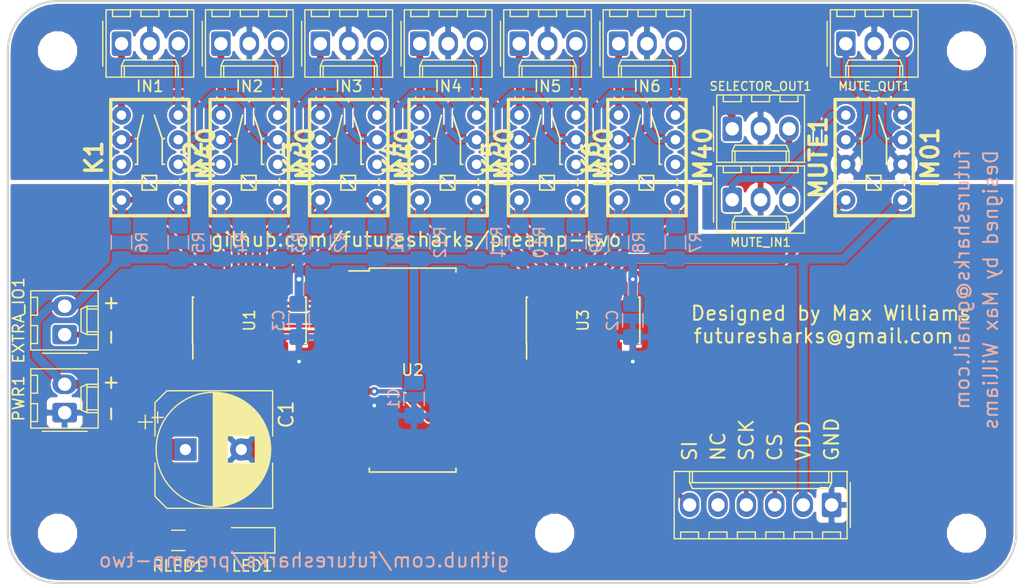
<source format=kicad_pcb>
(kicad_pcb (version 20171130) (host pcbnew "(5.0.2-4-gb601aea34)")
  (layers (0 F.Cu signal) (31 B.Cu signal) (34 B.Paste user) (35 F.Paste user) (36 B.SilkS user) (37 F.SilkS user) (38 B.Mask user) (39 F.Mask user) (44 Edge.Cuts user))
  (net 0 "")
  (net 1 "Net-(K1-Pad1)")
  (net 2 "Net-(K1-Pad2)")
  (net 3 "Net-(K1-Pad3)")
  (net 4 "Net-(K1-Pad6)")
  (net 5 "Net-(K1-Pad7)")
  (net 6 "Net-(K1-Pad8)")
  (net 7 "Net-(K2-Pad1)")
  (net 8 "Net-(K2-Pad2)")
  (net 9 "Net-(K2-Pad7)")
  (net 10 "Net-(K2-Pad8)")
  (net 11 "Net-(U1-Pad1)")
  (net 12 "Net-(U1-Pad2)")
  (net 13 "Net-(U1-Pad3)")
  (net 14 "Net-(U1-Pad4)")
  (net 15 "Net-(U1-Pad5)")
  (net 16 "Net-(U1-Pad6)")
  (net 17 "Net-(U1-Pad7)")
  (net 18 "Net-(U2-Pad8)")
  (net 19 "Net-(U2-Pad14)")
  (net 20 "Net-(U2-Pad19)")
  (net 21 "Net-(U2-Pad20)")
  (net 22 "Net-(U2-Pad21)")
  (net 23 "Net-(U2-Pad22)")
  (net 24 "Net-(U2-Pad23)")
  (net 25 "Net-(U2-Pad24)")
  (net 26 "Net-(U2-Pad25)")
  (net 27 "Net-(U2-Pad26)")
  (net 28 "Net-(U2-Pad27)")
  (net 29 "Net-(U2-Pad28)")
  (net 30 "Net-(K3-Pad8)")
  (net 31 "Net-(K3-Pad7)")
  (net 32 "Net-(K3-Pad2)")
  (net 33 "Net-(K3-Pad1)")
  (net 34 "Net-(K4-Pad1)")
  (net 35 "Net-(K4-Pad2)")
  (net 36 "Net-(K4-Pad7)")
  (net 37 "Net-(K4-Pad8)")
  (net 38 "Net-(K5-Pad8)")
  (net 39 "Net-(K5-Pad7)")
  (net 40 "Net-(K5-Pad2)")
  (net 41 "Net-(K5-Pad1)")
  (net 42 "Net-(K6-Pad1)")
  (net 43 "Net-(K6-Pad2)")
  (net 44 "Net-(K6-Pad7)")
  (net 45 "Net-(K6-Pad8)")
  (net 46 "Net-(MUTE1-Pad3)")
  (net 47 "Net-(MUTE1-Pad4)")
  (net 48 "Net-(MUTE1-Pad5)")
  (net 49 "Net-(MUTE1-Pad6)")
  (net 50 "Net-(MUTE1-Pad8)")
  (net 51 GNDA)
  (net 52 "Net-(IN1-Pad1)")
  (net 53 "Net-(IN1-Pad3)")
  (net 54 "Net-(IN2-Pad3)")
  (net 55 "Net-(IN2-Pad1)")
  (net 56 "Net-(IN3-Pad1)")
  (net 57 "Net-(IN3-Pad3)")
  (net 58 "Net-(IN4-Pad3)")
  (net 59 "Net-(IN4-Pad1)")
  (net 60 "Net-(IN5-Pad1)")
  (net 61 "Net-(IN5-Pad3)")
  (net 62 "Net-(EXTRA_IO1-Pad1)")
  (net 63 "Net-(IN6-Pad1)")
  (net 64 "Net-(IN6-Pad3)")
  (net 65 VDD)
  (net 66 "Net-(J1-Pad5)")
  (net 67 GND)
  (net 68 /SCK)
  (net 69 /MOSI)
  (net 70 /CS)
  (net 71 "Net-(LED1-Pad2)")
  (module panasonic-relay:gq-th (layer F.Cu) (at 121.92 85.725 90)
    (fp_text reference K3 (at 0.6 -5.00126 90) (layer F.SilkS) (effects (font (size 1.524 1.524) (thickness 0.3048))))
    (fp_text value IM40 (at 0.6 5.00126 90) (layer F.SilkS) (effects (font (size 1.524 1.524) (thickness 0.3048))))
    (pad 8 thru_hole circle (at -3.2 -2.54 90) (size 1.7 1.7) (drill 0.85) (layers *.Cu *.Mask) (net 30 "Net-(K3-Pad8)"))
    (pad 7 thru_hole circle (at 0 -2.54 90) (size 1.7 1.7) (drill 0.85) (layers *.Cu *.Mask) (net 31 "Net-(K3-Pad7)"))
    (pad 6 thru_hole circle (at 2.2 -2.54 90) (size 1.7 1.7) (drill 0.85) (layers *.Cu *.Mask) (net 4 "Net-(K1-Pad6)"))
    (pad 5 thru_hole circle (at 4.4 -2.54 90) (size 1.7 1.7) (drill 0.85) (layers *.Cu *.Mask) (net 56 "Net-(IN3-Pad1)"))
    (pad 4 thru_hole circle (at 4.4 2.54 90) (size 1.7 1.7) (drill 0.85) (layers *.Cu *.Mask) (net 57 "Net-(IN3-Pad3)"))
    (pad 3 thru_hole circle (at 2.2 2.54 90) (size 1.7 1.7) (drill 0.85) (layers *.Cu *.Mask) (net 3 "Net-(K1-Pad3)"))
    (pad 2 thru_hole circle (at 0 2.54 90) (size 1.7 1.7) (drill 0.85) (layers *.Cu *.Mask) (net 32 "Net-(K3-Pad2)"))
    (pad 1 thru_hole circle (at -3.2 2.54 90) (size 1.7 1.7) (drill 0.85) (layers *.Cu *.Mask) (net 33 "Net-(K3-Pad1)"))
  )
  (module panasonic-relay:gq-th (layer F.Cu) (at 113.03 85.725 90)
    (fp_text reference K2 (at 0.6 -5.00126 90) (layer F.SilkS) (effects (font (size 1.524 1.524) (thickness 0.3048))))
    (fp_text value IM40 (at 0.6 5.00126 90) (layer F.SilkS) (effects (font (size 1.524 1.524) (thickness 0.3048))))
    (pad 8 thru_hole circle (at -3.2 -2.54 90) (size 1.7 1.7) (drill 0.85) (layers *.Cu *.Mask) (net 10 "Net-(K2-Pad8)"))
    (pad 7 thru_hole circle (at 0 -2.54 90) (size 1.7 1.7) (drill 0.85) (layers *.Cu *.Mask) (net 9 "Net-(K2-Pad7)"))
    (pad 6 thru_hole circle (at 2.2 -2.54 90) (size 1.7 1.7) (drill 0.85) (layers *.Cu *.Mask) (net 4 "Net-(K1-Pad6)"))
    (pad 5 thru_hole circle (at 4.4 -2.54 90) (size 1.7 1.7) (drill 0.85) (layers *.Cu *.Mask) (net 55 "Net-(IN2-Pad1)"))
    (pad 4 thru_hole circle (at 4.4 2.54 90) (size 1.7 1.7) (drill 0.85) (layers *.Cu *.Mask) (net 54 "Net-(IN2-Pad3)"))
    (pad 3 thru_hole circle (at 2.2 2.54 90) (size 1.7 1.7) (drill 0.85) (layers *.Cu *.Mask) (net 3 "Net-(K1-Pad3)"))
    (pad 2 thru_hole circle (at 0 2.54 90) (size 1.7 1.7) (drill 0.85) (layers *.Cu *.Mask) (net 8 "Net-(K2-Pad2)"))
    (pad 1 thru_hole circle (at -3.2 2.54 90) (size 1.7 1.7) (drill 0.85) (layers *.Cu *.Mask) (net 7 "Net-(K2-Pad1)"))
  )
  (module panasonic-relay:gq-th (layer F.Cu) (at 104.14 85.725 90)
    (fp_text reference K1 (at 0.6 -5.00126 90) (layer F.SilkS) (effects (font (size 1.524 1.524) (thickness 0.3048))))
    (fp_text value IM40 (at 0.6 5.00126 90) (layer F.SilkS) (effects (font (size 1.524 1.524) (thickness 0.3048))))
    (pad 8 thru_hole circle (at -3.2 -2.54 90) (size 1.7 1.7) (drill 0.85) (layers *.Cu *.Mask) (net 6 "Net-(K1-Pad8)"))
    (pad 7 thru_hole circle (at 0 -2.54 90) (size 1.7 1.7) (drill 0.85) (layers *.Cu *.Mask) (net 5 "Net-(K1-Pad7)"))
    (pad 6 thru_hole circle (at 2.2 -2.54 90) (size 1.7 1.7) (drill 0.85) (layers *.Cu *.Mask) (net 4 "Net-(K1-Pad6)"))
    (pad 5 thru_hole circle (at 4.4 -2.54 90) (size 1.7 1.7) (drill 0.85) (layers *.Cu *.Mask) (net 52 "Net-(IN1-Pad1)"))
    (pad 4 thru_hole circle (at 4.4 2.54 90) (size 1.7 1.7) (drill 0.85) (layers *.Cu *.Mask) (net 53 "Net-(IN1-Pad3)"))
    (pad 3 thru_hole circle (at 2.2 2.54 90) (size 1.7 1.7) (drill 0.85) (layers *.Cu *.Mask) (net 3 "Net-(K1-Pad3)"))
    (pad 2 thru_hole circle (at 0 2.54 90) (size 1.7 1.7) (drill 0.85) (layers *.Cu *.Mask) (net 2 "Net-(K1-Pad2)"))
    (pad 1 thru_hole circle (at -3.2 2.54 90) (size 1.7 1.7) (drill 0.85) (layers *.Cu *.Mask) (net 1 "Net-(K1-Pad1)"))
  )
  (module panasonic-relay:gq-th (layer F.Cu) (at 130.81 85.725 90)
    (fp_text reference K4 (at 0.6 -5.00126 90) (layer F.SilkS) (effects (font (size 1.524 1.524) (thickness 0.3048))))
    (fp_text value IM40 (at 0.6 5.00126 90) (layer F.SilkS) (effects (font (size 1.524 1.524) (thickness 0.3048))))
    (pad 8 thru_hole circle (at -3.2 -2.54 90) (size 1.7 1.7) (drill 0.85) (layers *.Cu *.Mask) (net 37 "Net-(K4-Pad8)"))
    (pad 7 thru_hole circle (at 0 -2.54 90) (size 1.7 1.7) (drill 0.85) (layers *.Cu *.Mask) (net 36 "Net-(K4-Pad7)"))
    (pad 6 thru_hole circle (at 2.2 -2.54 90) (size 1.7 1.7) (drill 0.85) (layers *.Cu *.Mask) (net 4 "Net-(K1-Pad6)"))
    (pad 5 thru_hole circle (at 4.4 -2.54 90) (size 1.7 1.7) (drill 0.85) (layers *.Cu *.Mask) (net 59 "Net-(IN4-Pad1)"))
    (pad 4 thru_hole circle (at 4.4 2.54 90) (size 1.7 1.7) (drill 0.85) (layers *.Cu *.Mask) (net 58 "Net-(IN4-Pad3)"))
    (pad 3 thru_hole circle (at 2.2 2.54 90) (size 1.7 1.7) (drill 0.85) (layers *.Cu *.Mask) (net 3 "Net-(K1-Pad3)"))
    (pad 2 thru_hole circle (at 0 2.54 90) (size 1.7 1.7) (drill 0.85) (layers *.Cu *.Mask) (net 35 "Net-(K4-Pad2)"))
    (pad 1 thru_hole circle (at -3.2 2.54 90) (size 1.7 1.7) (drill 0.85) (layers *.Cu *.Mask) (net 34 "Net-(K4-Pad1)"))
  )
  (module panasonic-relay:gq-th (layer F.Cu) (at 139.7 85.725 90)
    (fp_text reference K5 (at 0.6 -5.00126 90) (layer F.SilkS) (effects (font (size 1.524 1.524) (thickness 0.3048))))
    (fp_text value IM40 (at 0.6 5.00126 90) (layer F.SilkS) (effects (font (size 1.524 1.524) (thickness 0.3048))))
    (pad 8 thru_hole circle (at -3.2 -2.54 90) (size 1.7 1.7) (drill 0.85) (layers *.Cu *.Mask) (net 38 "Net-(K5-Pad8)"))
    (pad 7 thru_hole circle (at 0 -2.54 90) (size 1.7 1.7) (drill 0.85) (layers *.Cu *.Mask) (net 39 "Net-(K5-Pad7)"))
    (pad 6 thru_hole circle (at 2.2 -2.54 90) (size 1.7 1.7) (drill 0.85) (layers *.Cu *.Mask) (net 4 "Net-(K1-Pad6)"))
    (pad 5 thru_hole circle (at 4.4 -2.54 90) (size 1.7 1.7) (drill 0.85) (layers *.Cu *.Mask) (net 60 "Net-(IN5-Pad1)"))
    (pad 4 thru_hole circle (at 4.4 2.54 90) (size 1.7 1.7) (drill 0.85) (layers *.Cu *.Mask) (net 61 "Net-(IN5-Pad3)"))
    (pad 3 thru_hole circle (at 2.2 2.54 90) (size 1.7 1.7) (drill 0.85) (layers *.Cu *.Mask) (net 3 "Net-(K1-Pad3)"))
    (pad 2 thru_hole circle (at 0 2.54 90) (size 1.7 1.7) (drill 0.85) (layers *.Cu *.Mask) (net 40 "Net-(K5-Pad2)"))
    (pad 1 thru_hole circle (at -3.2 2.54 90) (size 1.7 1.7) (drill 0.85) (layers *.Cu *.Mask) (net 41 "Net-(K5-Pad1)"))
  )
  (module panasonic-relay:gq-th (layer F.Cu) (at 168.91 85.725 90)
    (fp_text reference MUTE1 (at 0.6 -5.00126 90) (layer F.SilkS) (effects (font (size 1.524 1.524) (thickness 0.3048))))
    (fp_text value IM01 (at 0.6 5.00126 90) (layer F.SilkS) (effects (font (size 1.524 1.524) (thickness 0.3048))))
    (pad 8 thru_hole circle (at -3.2 -2.54 90) (size 1.7 1.7) (drill 0.85) (layers *.Cu *.Mask) (net 50 "Net-(MUTE1-Pad8)"))
    (pad 7 thru_hole circle (at 0 -2.54 90) (size 1.7 1.7) (drill 0.85) (layers *.Cu *.Mask) (net 51 GNDA))
    (pad 6 thru_hole circle (at 2.2 -2.54 90) (size 1.7 1.7) (drill 0.85) (layers *.Cu *.Mask) (net 49 "Net-(MUTE1-Pad6)"))
    (pad 5 thru_hole circle (at 4.4 -2.54 90) (size 1.7 1.7) (drill 0.85) (layers *.Cu *.Mask) (net 48 "Net-(MUTE1-Pad5)"))
    (pad 4 thru_hole circle (at 4.4 2.54 90) (size 1.7 1.7) (drill 0.85) (layers *.Cu *.Mask) (net 47 "Net-(MUTE1-Pad4)"))
    (pad 3 thru_hole circle (at 2.2 2.54 90) (size 1.7 1.7) (drill 0.85) (layers *.Cu *.Mask) (net 46 "Net-(MUTE1-Pad3)"))
    (pad 2 thru_hole circle (at 0 2.54 90) (size 1.7 1.7) (drill 0.85) (layers *.Cu *.Mask) (net 51 GNDA))
    (pad 1 thru_hole circle (at -3.2 2.54 90) (size 1.7 1.7) (drill 0.85) (layers *.Cu *.Mask) (net 65 VDD))
  )
  (module panasonic-relay:gq-th (layer F.Cu) (at 148.59 85.725 90)
    (fp_text reference K6 (at 0.6 -5.00126 90) (layer F.SilkS) (effects (font (size 1.524 1.524) (thickness 0.3048))))
    (fp_text value IM40 (at 0.6 5.00126 90) (layer F.SilkS) (effects (font (size 1.524 1.524) (thickness 0.3048))))
    (pad 8 thru_hole circle (at -3.2 -2.54 90) (size 1.7 1.7) (drill 0.85) (layers *.Cu *.Mask) (net 45 "Net-(K6-Pad8)"))
    (pad 7 thru_hole circle (at 0 -2.54 90) (size 1.7 1.7) (drill 0.85) (layers *.Cu *.Mask) (net 44 "Net-(K6-Pad7)"))
    (pad 6 thru_hole circle (at 2.2 -2.54 90) (size 1.7 1.7) (drill 0.85) (layers *.Cu *.Mask) (net 4 "Net-(K1-Pad6)"))
    (pad 5 thru_hole circle (at 4.4 -2.54 90) (size 1.7 1.7) (drill 0.85) (layers *.Cu *.Mask) (net 63 "Net-(IN6-Pad1)"))
    (pad 4 thru_hole circle (at 4.4 2.54 90) (size 1.7 1.7) (drill 0.85) (layers *.Cu *.Mask) (net 64 "Net-(IN6-Pad3)"))
    (pad 3 thru_hole circle (at 2.2 2.54 90) (size 1.7 1.7) (drill 0.85) (layers *.Cu *.Mask) (net 3 "Net-(K1-Pad3)"))
    (pad 2 thru_hole circle (at 0 2.54 90) (size 1.7 1.7) (drill 0.85) (layers *.Cu *.Mask) (net 43 "Net-(K6-Pad2)"))
    (pad 1 thru_hole circle (at -3.2 2.54 90) (size 1.7 1.7) (drill 0.85) (layers *.Cu *.Mask) (net 42 "Net-(K6-Pad1)"))
  )
  (module LED_SMD:LED_1206_3216Metric (layer F.Cu) (at 113.03 119.38 180)
    (fp_text reference LED1 (at -0.254 -2.286 180) (layer F.SilkS))
    (fp_text value LED)
    (pad 2 smd roundrect (at 1.4 0 180) (size 1.25 1.75) (layers F.Cu F.Paste F.Mask) (roundrect_rratio 0.2) (net 71 "Net-(LED1-Pad2)"))
    (pad 1 smd roundrect (at -1.4 0 180) (size 1.25 1.75) (layers F.Cu F.Paste F.Mask) (roundrect_rratio 0.2) (net 67 GND))
  )
  (module Package_SO:SOIC-16_3.9x9.9mm_P1.27mm (layer F.Cu) (at 142.875 99.695 90)
    (fp_text reference U3 (at 0 0 90) (layer F.SilkS))
    (fp_text value ULN2003)
    (pad 16 smd rect (at 2.7 -4.445 90) (size 1.5 0.6) (layers F.Cu F.Paste F.Mask) (net 37 "Net-(K4-Pad8)"))
    (pad 15 smd rect (at 2.7 -3.175 90) (size 1.5 0.6) (layers F.Cu F.Paste F.Mask) (net 34 "Net-(K4-Pad1)"))
    (pad 14 smd rect (at 2.7 -1.905 90) (size 1.5 0.6) (layers F.Cu F.Paste F.Mask) (net 38 "Net-(K5-Pad8)"))
    (pad 13 smd rect (at 2.7 -0.635 90) (size 1.5 0.6) (layers F.Cu F.Paste F.Mask) (net 41 "Net-(K5-Pad1)"))
    (pad 12 smd rect (at 2.7 0.635 90) (size 1.5 0.6) (layers F.Cu F.Paste F.Mask) (net 45 "Net-(K6-Pad8)"))
    (pad 11 smd rect (at 2.7 1.905 90) (size 1.5 0.6) (layers F.Cu F.Paste F.Mask) (net 42 "Net-(K6-Pad1)"))
    (pad 10 smd rect (at 2.7 3.175 90) (size 1.5 0.6) (layers F.Cu F.Paste F.Mask) (net 50 "Net-(MUTE1-Pad8)"))
    (pad 9 smd rect (at 2.7 4.445 90) (size 1.5 0.6) (layers F.Cu F.Paste F.Mask) (net 65 VDD))
    (pad 8 smd rect (at -2.7 4.445 90) (size 1.5 0.6) (layers F.Cu F.Paste F.Mask) (net 67 GND))
    (pad 7 smd rect (at -2.7 3.175 90) (size 1.5 0.6) (layers F.Cu F.Paste F.Mask) (net 28 "Net-(U2-Pad27)"))
    (pad 6 smd rect (at -2.7 1.905 90) (size 1.5 0.6) (layers F.Cu F.Paste F.Mask) (net 27 "Net-(U2-Pad26)"))
    (pad 5 smd rect (at -2.7 0.635 90) (size 1.5 0.6) (layers F.Cu F.Paste F.Mask) (net 26 "Net-(U2-Pad25)"))
    (pad 4 smd rect (at -2.7 -0.635 90) (size 1.5 0.6) (layers F.Cu F.Paste F.Mask) (net 25 "Net-(U2-Pad24)"))
    (pad 3 smd rect (at -2.7 -1.905 90) (size 1.5 0.6) (layers F.Cu F.Paste F.Mask) (net 24 "Net-(U2-Pad23)"))
    (pad 2 smd rect (at -2.7 -3.175 90) (size 1.5 0.6) (layers F.Cu F.Paste F.Mask) (net 23 "Net-(U2-Pad22)"))
    (pad 1 smd rect (at -2.7 -4.445 90) (size 1.5 0.6) (layers F.Cu F.Paste F.Mask) (net 22 "Net-(U2-Pad21)"))
  )
  (module Capacitor_SMD:C_1206_3216Metric_Pad1.42x1.75mm_HandSolder (layer B.Cu) (at 147.32 99.695 270)
    (fp_text reference C2 (at 0 1.82 270) (layer B.SilkS) (effects (justify mirror)))
    (fp_text value C)
    (pad 2 smd roundrect (at 1.4875 0 270) (size 1.425 1.75) (layers B.Cu B.Paste B.Mask) (roundrect_rratio 0.175439) (net 67 GND))
    (pad 1 smd roundrect (at -1.4875 0 270) (size 1.425 1.75) (layers B.Cu B.Paste B.Mask) (roundrect_rratio 0.175439) (net 65 VDD))
  )
  (module Capacitor_SMD:C_1206_3216Metric_Pad1.42x1.75mm_HandSolder (layer B.Cu) (at 117.475 99.695 270)
    (fp_text reference C3 (at 0 1.82 270) (layer B.SilkS) (effects (justify mirror)))
    (fp_text value C)
    (pad 2 smd roundrect (at 1.4875 0 270) (size 1.425 1.75) (layers B.Cu B.Paste B.Mask) (roundrect_rratio 0.175439) (net 67 GND))
    (pad 1 smd roundrect (at -1.4875 0 270) (size 1.425 1.75) (layers B.Cu B.Paste B.Mask) (roundrect_rratio 0.175439) (net 65 VDD))
  )
  (module Capacitor_SMD:CP_Elec_10x7.9 (layer F.Cu) (at 109.855 111.252)
    (fp_text reference C1_SMD1 hide)
    (fp_text value CP)
    (pad 2 smd roundrect (at 4.35 0) (size 4.4 1.9) (layers F.Cu F.Paste F.Mask) (roundrect_rratio 0.131579) (net 67 GND))
    (pad 1 smd roundrect (at -4.35 0) (size 4.4 1.9) (layers F.Cu F.Paste F.Mask) (roundrect_rratio 0.131579) (net 65 VDD))
  )
  (module Capacitor_SMD:C_1206_3216Metric_Pad1.42x1.75mm_HandSolder (layer B.Cu) (at 127.762 106.7165 270)
    (fp_text reference C1 (at 0 1.82 270) (layer B.SilkS) (effects (justify mirror)))
    (fp_text value C)
    (pad 2 smd roundrect (at 1.4875 0 270) (size 1.425 1.75) (layers B.Cu B.Paste B.Mask) (roundrect_rratio 0.175439) (net 67 GND))
    (pad 1 smd roundrect (at -1.4875 0 270) (size 1.425 1.75) (layers B.Cu B.Paste B.Mask) (roundrect_rratio 0.175439) (net 65 VDD))
  )
  (module Capacitor_THT:CP_Radial_D10.0mm_P5.00mm (layer F.Cu) (at 107.315 111.252)
    (fp_text reference C1_TH1 hide)
    (fp_text value CP)
    (pad 2 thru_hole circle (at 5 0) (size 2 2) (drill 1) (layers *.Cu *.Mask) (net 67 GND))
    (pad 1 thru_hole rect (at 0 0) (size 2 2) (drill 1) (layers *.Cu *.Mask) (net 65 VDD))
  )
  (module Resistor_SMD:R_1206_3216Metric_Pad1.42x1.75mm_HandSolder (layer F.Cu) (at 106.68 119.38)
    (fp_text reference RLED1 (at 0 2.286) (layer F.SilkS))
    (fp_text value R)
    (pad 2 smd roundrect (at 1.4875 0) (size 1.425 1.75) (layers F.Cu F.Paste F.Mask) (roundrect_rratio 0.175439) (net 71 "Net-(LED1-Pad2)"))
    (pad 1 smd roundrect (at -1.4875 0) (size 1.425 1.75) (layers F.Cu F.Paste F.Mask) (roundrect_rratio 0.175439) (net 65 VDD))
  )
  (module MountingHole:MountingHole_3.2mm_M3_DIN965 (layer F.Cu) (at 140.335 118.745)
    (fp_text reference H5 hide)
    (fp_text value MountingHole)
    (pad 1 np_thru_hole circle (at 0 0) (size 3.2 3.2) (drill 3.2) (layers *.Cu *.Mask))
  )
  (module MountingHole:MountingHole_3.2mm_M3_DIN965 (layer F.Cu) (at 177.165 75.565)
    (fp_text reference H3 hide)
    (fp_text value MountingHole)
    (pad 1 np_thru_hole circle (at 0 0) (size 3.2 3.2) (drill 3.2) (layers *.Cu *.Mask))
  )
  (module MountingHole:MountingHole_3.2mm_M3_DIN965 (layer F.Cu) (at 177.165 118.745)
    (fp_text reference H4 hide)
    (fp_text value MountingHole)
    (pad 1 np_thru_hole circle (at 0 0) (size 3.2 3.2) (drill 3.2) (layers *.Cu *.Mask))
  )
  (module MountingHole:MountingHole_3.2mm_M3_DIN965 (layer F.Cu) (at 95.885 118.745)
    (fp_text reference H2 hide)
    (fp_text value MountingHole)
    (pad 1 np_thru_hole circle (at 0 0) (size 3.2 3.2) (drill 3.2) (layers *.Cu *.Mask))
  )
  (module MountingHole:MountingHole_3.2mm_M3_DIN965 (layer F.Cu) (at 95.885 75.565)
    (fp_text reference H1 hide)
    (fp_text value MountingHole)
    (pad 1 np_thru_hole circle (at 0 0) (size 3.2 3.2) (drill 3.2) (layers *.Cu *.Mask))
  )
  (module Connector_Molex:Molex_KK-254_AE-6410-06A_1x06_P2.54mm_Vertical (layer F.Cu) (at 165.1 116.205 180)
    (fp_text reference J1 hide)
    (fp_text value Conn_01x06_Male)
    (pad 6 thru_hole oval (at 12.7 0 180) (size 1.74 2.2) (drill 1.2) (layers *.Cu *.Mask) (net 69 /MOSI))
    (pad 5 thru_hole oval (at 10.16 0 180) (size 1.74 2.2) (drill 1.2) (layers *.Cu *.Mask) (net 66 "Net-(J1-Pad5)"))
    (pad 4 thru_hole oval (at 7.62 0 180) (size 1.74 2.2) (drill 1.2) (layers *.Cu *.Mask) (net 68 /SCK))
    (pad 3 thru_hole oval (at 5.08 0 180) (size 1.74 2.2) (drill 1.2) (layers *.Cu *.Mask) (net 70 /CS))
    (pad 2 thru_hole oval (at 2.54 0 180) (size 1.74 2.2) (drill 1.2) (layers *.Cu *.Mask) (net 65 VDD))
    (pad 1 thru_hole roundrect (at 0 0 180) (size 1.74 2.2) (drill 1.2) (layers *.Cu *.Mask) (roundrect_rratio 0.143678) (net 67 GND))
  )
  (module Package_SO:SOIC-16_3.9x9.9mm_P1.27mm (layer F.Cu) (at 113.03 99.695 90)
    (fp_text reference U1 (at 0 0 90) (layer F.SilkS))
    (fp_text value ULN2003)
    (pad 16 smd rect (at 2.7 -4.445 90) (size 1.5 0.6) (layers F.Cu F.Paste F.Mask) (net 62 "Net-(EXTRA_IO1-Pad1)"))
    (pad 15 smd rect (at 2.7 -3.175 90) (size 1.5 0.6) (layers F.Cu F.Paste F.Mask) (net 6 "Net-(K1-Pad8)"))
    (pad 14 smd rect (at 2.7 -1.905 90) (size 1.5 0.6) (layers F.Cu F.Paste F.Mask) (net 1 "Net-(K1-Pad1)"))
    (pad 13 smd rect (at 2.7 -0.635 90) (size 1.5 0.6) (layers F.Cu F.Paste F.Mask) (net 10 "Net-(K2-Pad8)"))
    (pad 12 smd rect (at 2.7 0.635 90) (size 1.5 0.6) (layers F.Cu F.Paste F.Mask) (net 7 "Net-(K2-Pad1)"))
    (pad 11 smd rect (at 2.7 1.905 90) (size 1.5 0.6) (layers F.Cu F.Paste F.Mask) (net 30 "Net-(K3-Pad8)"))
    (pad 10 smd rect (at 2.7 3.175 90) (size 1.5 0.6) (layers F.Cu F.Paste F.Mask) (net 33 "Net-(K3-Pad1)"))
    (pad 9 smd rect (at 2.7 4.445 90) (size 1.5 0.6) (layers F.Cu F.Paste F.Mask) (net 65 VDD))
    (pad 8 smd rect (at -2.7 4.445 90) (size 1.5 0.6) (layers F.Cu F.Paste F.Mask) (net 67 GND))
    (pad 7 smd rect (at -2.7 3.175 90) (size 1.5 0.6) (layers F.Cu F.Paste F.Mask) (net 17 "Net-(U1-Pad7)"))
    (pad 6 smd rect (at -2.7 1.905 90) (size 1.5 0.6) (layers F.Cu F.Paste F.Mask) (net 16 "Net-(U1-Pad6)"))
    (pad 5 smd rect (at -2.7 0.635 90) (size 1.5 0.6) (layers F.Cu F.Paste F.Mask) (net 15 "Net-(U1-Pad5)"))
    (pad 4 smd rect (at -2.7 -0.635 90) (size 1.5 0.6) (layers F.Cu F.Paste F.Mask) (net 14 "Net-(U1-Pad4)"))
    (pad 3 smd rect (at -2.7 -1.905 90) (size 1.5 0.6) (layers F.Cu F.Paste F.Mask) (net 13 "Net-(U1-Pad3)"))
    (pad 2 smd rect (at -2.7 -3.175 90) (size 1.5 0.6) (layers F.Cu F.Paste F.Mask) (net 12 "Net-(U1-Pad2)"))
    (pad 1 smd rect (at -2.7 -4.445 90) (size 1.5 0.6) (layers F.Cu F.Paste F.Mask) (net 11 "Net-(U1-Pad1)"))
  )
  (module Package_SO:SOIC-28W_7.5x17.9mm_P1.27mm (layer F.Cu) (at 127.635 104.14)
    (fp_text reference U2 (at 0 0) (layer F.SilkS))
    (fp_text value MCP23S17_SO)
    (pad 28 smd rect (at 4.7 -8.255) (size 2 0.6) (layers F.Cu F.Paste F.Mask) (net 29 "Net-(U2-Pad28)"))
    (pad 27 smd rect (at 4.7 -6.985) (size 2 0.6) (layers F.Cu F.Paste F.Mask) (net 28 "Net-(U2-Pad27)"))
    (pad 26 smd rect (at 4.7 -5.715) (size 2 0.6) (layers F.Cu F.Paste F.Mask) (net 27 "Net-(U2-Pad26)"))
    (pad 25 smd rect (at 4.7 -4.445) (size 2 0.6) (layers F.Cu F.Paste F.Mask) (net 26 "Net-(U2-Pad25)"))
    (pad 24 smd rect (at 4.7 -3.175) (size 2 0.6) (layers F.Cu F.Paste F.Mask) (net 25 "Net-(U2-Pad24)"))
    (pad 23 smd rect (at 4.7 -1.905) (size 2 0.6) (layers F.Cu F.Paste F.Mask) (net 24 "Net-(U2-Pad23)"))
    (pad 22 smd rect (at 4.7 -0.635) (size 2 0.6) (layers F.Cu F.Paste F.Mask) (net 23 "Net-(U2-Pad22)"))
    (pad 21 smd rect (at 4.7 0.635) (size 2 0.6) (layers F.Cu F.Paste F.Mask) (net 22 "Net-(U2-Pad21)"))
    (pad 20 smd rect (at 4.7 1.905) (size 2 0.6) (layers F.Cu F.Paste F.Mask) (net 21 "Net-(U2-Pad20)"))
    (pad 19 smd rect (at 4.7 3.175) (size 2 0.6) (layers F.Cu F.Paste F.Mask) (net 20 "Net-(U2-Pad19)"))
    (pad 18 smd rect (at 4.7 4.445) (size 2 0.6) (layers F.Cu F.Paste F.Mask) (net 65 VDD))
    (pad 17 smd rect (at 4.7 5.715) (size 2 0.6) (layers F.Cu F.Paste F.Mask) (net 67 GND))
    (pad 16 smd rect (at 4.7 6.985) (size 2 0.6) (layers F.Cu F.Paste F.Mask) (net 67 GND))
    (pad 15 smd rect (at 4.7 8.255) (size 2 0.6) (layers F.Cu F.Paste F.Mask) (net 67 GND))
    (pad 14 smd rect (at -4.7 8.255) (size 2 0.6) (layers F.Cu F.Paste F.Mask) (net 19 "Net-(U2-Pad14)"))
    (pad 13 smd rect (at -4.7 6.985) (size 2 0.6) (layers F.Cu F.Paste F.Mask) (net 69 /MOSI))
    (pad 12 smd rect (at -4.7 5.715) (size 2 0.6) (layers F.Cu F.Paste F.Mask) (net 68 /SCK))
    (pad 11 smd rect (at -4.7 4.445) (size 2 0.6) (layers F.Cu F.Paste F.Mask) (net 70 /CS))
    (pad 10 smd rect (at -4.7 3.175) (size 2 0.6) (layers F.Cu F.Paste F.Mask) (net 67 GND))
    (pad 9 smd rect (at -4.7 1.905) (size 2 0.6) (layers F.Cu F.Paste F.Mask) (net 65 VDD))
    (pad 8 smd rect (at -4.7 0.635) (size 2 0.6) (layers F.Cu F.Paste F.Mask) (net 18 "Net-(U2-Pad8)"))
    (pad 7 smd rect (at -4.7 -0.635) (size 2 0.6) (layers F.Cu F.Paste F.Mask) (net 17 "Net-(U1-Pad7)"))
    (pad 6 smd rect (at -4.7 -1.905) (size 2 0.6) (layers F.Cu F.Paste F.Mask) (net 16 "Net-(U1-Pad6)"))
    (pad 5 smd rect (at -4.7 -3.175) (size 2 0.6) (layers F.Cu F.Paste F.Mask) (net 15 "Net-(U1-Pad5)"))
    (pad 4 smd rect (at -4.7 -4.445) (size 2 0.6) (layers F.Cu F.Paste F.Mask) (net 14 "Net-(U1-Pad4)"))
    (pad 3 smd rect (at -4.7 -5.715) (size 2 0.6) (layers F.Cu F.Paste F.Mask) (net 13 "Net-(U1-Pad3)"))
    (pad 2 smd rect (at -4.7 -6.985) (size 2 0.6) (layers F.Cu F.Paste F.Mask) (net 12 "Net-(U1-Pad2)"))
    (pad 1 smd rect (at -4.7 -8.255) (size 2 0.6) (layers F.Cu F.Paste F.Mask) (net 11 "Net-(U1-Pad1)"))
  )
  (module Connector_Molex:Molex_KK-254_AE-6410-03A_1x03_P2.54mm_Vertical (layer F.Cu) (at 101.6 74.93)
    (fp_text reference IN1 (at 2.54 3.81) (layer F.SilkS))
    (fp_text value Conn_01x03_Male)
    (pad 3 thru_hole oval (at 5.08 0) (size 1.74 2.2) (drill 1.2) (layers *.Cu *.Mask) (net 53 "Net-(IN1-Pad3)"))
    (pad 2 thru_hole oval (at 2.54 0) (size 1.74 2.2) (drill 1.2) (layers *.Cu *.Mask) (net 51 GNDA))
    (pad 1 thru_hole roundrect (at 0 0) (size 1.74 2.2) (drill 1.2) (layers *.Cu *.Mask) (roundrect_rratio 0.143678) (net 52 "Net-(IN1-Pad1)"))
  )
  (module Connector_Molex:Molex_KK-254_AE-6410-03A_1x03_P2.54mm_Vertical (layer F.Cu) (at 110.49 74.93)
    (fp_text reference IN2 (at 2.54 3.81) (layer F.SilkS))
    (fp_text value Conn_01x03_Male)
    (pad 3 thru_hole oval (at 5.08 0) (size 1.74 2.2) (drill 1.2) (layers *.Cu *.Mask) (net 54 "Net-(IN2-Pad3)"))
    (pad 2 thru_hole oval (at 2.54 0) (size 1.74 2.2) (drill 1.2) (layers *.Cu *.Mask) (net 51 GNDA))
    (pad 1 thru_hole roundrect (at 0 0) (size 1.74 2.2) (drill 1.2) (layers *.Cu *.Mask) (roundrect_rratio 0.143678) (net 55 "Net-(IN2-Pad1)"))
  )
  (module Connector_Molex:Molex_KK-254_AE-6410-03A_1x03_P2.54mm_Vertical (layer F.Cu) (at 119.38 74.93)
    (fp_text reference IN3 (at 2.54 3.81) (layer F.SilkS))
    (fp_text value Conn_01x03_Male)
    (pad 3 thru_hole oval (at 5.08 0) (size 1.74 2.2) (drill 1.2) (layers *.Cu *.Mask) (net 57 "Net-(IN3-Pad3)"))
    (pad 2 thru_hole oval (at 2.54 0) (size 1.74 2.2) (drill 1.2) (layers *.Cu *.Mask) (net 51 GNDA))
    (pad 1 thru_hole roundrect (at 0 0) (size 1.74 2.2) (drill 1.2) (layers *.Cu *.Mask) (roundrect_rratio 0.143678) (net 56 "Net-(IN3-Pad1)"))
  )
  (module Connector_Molex:Molex_KK-254_AE-6410-03A_1x03_P2.54mm_Vertical (layer F.Cu) (at 128.27 74.93)
    (fp_text reference IN4 (at 2.54 3.81) (layer F.SilkS))
    (fp_text value Conn_01x03_Male)
    (pad 3 thru_hole oval (at 5.08 0) (size 1.74 2.2) (drill 1.2) (layers *.Cu *.Mask) (net 58 "Net-(IN4-Pad3)"))
    (pad 2 thru_hole oval (at 2.54 0) (size 1.74 2.2) (drill 1.2) (layers *.Cu *.Mask) (net 51 GNDA))
    (pad 1 thru_hole roundrect (at 0 0) (size 1.74 2.2) (drill 1.2) (layers *.Cu *.Mask) (roundrect_rratio 0.143678) (net 59 "Net-(IN4-Pad1)"))
  )
  (module Connector_Molex:Molex_KK-254_AE-6410-03A_1x03_P2.54mm_Vertical (layer F.Cu) (at 137.16 74.93)
    (fp_text reference IN5 (at 2.54 3.81) (layer F.SilkS))
    (fp_text value Conn_01x03_Male)
    (pad 3 thru_hole oval (at 5.08 0) (size 1.74 2.2) (drill 1.2) (layers *.Cu *.Mask) (net 61 "Net-(IN5-Pad3)"))
    (pad 2 thru_hole oval (at 2.54 0) (size 1.74 2.2) (drill 1.2) (layers *.Cu *.Mask) (net 51 GNDA))
    (pad 1 thru_hole roundrect (at 0 0) (size 1.74 2.2) (drill 1.2) (layers *.Cu *.Mask) (roundrect_rratio 0.143678) (net 60 "Net-(IN5-Pad1)"))
  )
  (module Connector_Molex:Molex_KK-254_AE-6410-02A_1x02_P2.54mm_Vertical (layer F.Cu) (at 96.52 100.965 90)
    (fp_text reference EXTRA_IO1 (at 1.27 -4.12 90) (layer F.SilkS))
    (fp_text value Conn_01x02_Male)
    (pad 2 thru_hole oval (at 2.54 0 90) (size 1.74 2.2) (drill 1.2) (layers *.Cu *.Mask) (net 65 VDD))
    (pad 1 thru_hole roundrect (at 0 0 90) (size 1.74 2.2) (drill 1.2) (layers *.Cu *.Mask) (roundrect_rratio 0.143678) (net 62 "Net-(EXTRA_IO1-Pad1)"))
  )
  (module Connector_Molex:Molex_KK-254_AE-6410-03A_1x03_P2.54mm_Vertical (layer F.Cu) (at 146.05 74.93)
    (fp_text reference IN6 (at 2.54 3.81) (layer F.SilkS))
    (fp_text value Conn_01x03_Male)
    (pad 3 thru_hole oval (at 5.08 0) (size 1.74 2.2) (drill 1.2) (layers *.Cu *.Mask) (net 64 "Net-(IN6-Pad3)"))
    (pad 2 thru_hole oval (at 2.54 0) (size 1.74 2.2) (drill 1.2) (layers *.Cu *.Mask) (net 51 GNDA))
    (pad 1 thru_hole roundrect (at 0 0) (size 1.74 2.2) (drill 1.2) (layers *.Cu *.Mask) (roundrect_rratio 0.143678) (net 63 "Net-(IN6-Pad1)"))
  )
  (module Connector_Molex:Molex_KK-254_AE-6410-03A_1x03_P2.54mm_Vertical (layer F.Cu) (at 156.21 88.9)
    (fp_text reference MUTE_IN1 (at 2.54 3.81) (layer F.SilkS) (effects (font (size 0.762 0.762) (thickness 0.127))))
    (fp_text value Conn_01x03_Male)
    (pad 3 thru_hole oval (at 5.08 0) (size 1.74 2.2) (drill 1.2) (layers *.Cu *.Mask) (net 47 "Net-(MUTE1-Pad4)"))
    (pad 2 thru_hole oval (at 2.54 0) (size 1.74 2.2) (drill 1.2) (layers *.Cu *.Mask) (net 51 GNDA))
    (pad 1 thru_hole roundrect (at 0 0) (size 1.74 2.2) (drill 1.2) (layers *.Cu *.Mask) (roundrect_rratio 0.143678) (net 48 "Net-(MUTE1-Pad5)"))
  )
  (module Connector_Molex:Molex_KK-254_AE-6410-03A_1x03_P2.54mm_Vertical (layer F.Cu) (at 166.37 74.93)
    (fp_text reference MUTE_OUT1 (at 2.54 3.81) (layer F.SilkS) (effects (font (size 0.762 0.762) (thickness 0.127))))
    (fp_text value Conn_01x03_Male)
    (pad 3 thru_hole oval (at 5.08 0) (size 1.74 2.2) (drill 1.2) (layers *.Cu *.Mask) (net 46 "Net-(MUTE1-Pad3)"))
    (pad 2 thru_hole oval (at 2.54 0) (size 1.74 2.2) (drill 1.2) (layers *.Cu *.Mask) (net 51 GNDA))
    (pad 1 thru_hole roundrect (at 0 0) (size 1.74 2.2) (drill 1.2) (layers *.Cu *.Mask) (roundrect_rratio 0.143678) (net 49 "Net-(MUTE1-Pad6)"))
  )
  (module Connector_Molex:Molex_KK-254_AE-6410-02A_1x02_P2.54mm_Vertical (layer F.Cu) (at 96.52 107.95 90)
    (fp_text reference PWR1 (at 1.27 -4.12 90) (layer F.SilkS))
    (fp_text value Conn_01x02_Male)
    (pad 2 thru_hole oval (at 2.54 0 90) (size 1.74 2.2) (drill 1.2) (layers *.Cu *.Mask) (net 65 VDD))
    (pad 1 thru_hole roundrect (at 0 0 90) (size 1.74 2.2) (drill 1.2) (layers *.Cu *.Mask) (roundrect_rratio 0.143678) (net 67 GND))
  )
  (module Resistor_SMD:R_1206_3216Metric_Pad1.42x1.75mm_HandSolder (layer B.Cu) (at 124.46 92.71 90)
    (fp_text reference R1 (at 0 1.82 90) (layer B.SilkS) (effects (justify mirror)))
    (fp_text value 47R)
    (pad 2 smd roundrect (at 1.4875 0 90) (size 1.425 1.75) (layers B.Cu B.Paste B.Mask) (roundrect_rratio 0.175439) (net 33 "Net-(K3-Pad1)"))
    (pad 1 smd roundrect (at -1.4875 0 90) (size 1.425 1.75) (layers B.Cu B.Paste B.Mask) (roundrect_rratio 0.175439) (net 65 VDD))
  )
  (module Resistor_SMD:R_1206_3216Metric_Pad1.42x1.75mm_HandSolder (layer B.Cu) (at 119.38 92.71 90)
    (fp_text reference R2 (at 0 1.82 90) (layer B.SilkS) (effects (justify mirror)))
    (fp_text value 47R)
    (pad 2 smd roundrect (at 1.4875 0 90) (size 1.425 1.75) (layers B.Cu B.Paste B.Mask) (roundrect_rratio 0.175439) (net 30 "Net-(K3-Pad8)"))
    (pad 1 smd roundrect (at -1.4875 0 90) (size 1.425 1.75) (layers B.Cu B.Paste B.Mask) (roundrect_rratio 0.175439) (net 65 VDD))
  )
  (module Resistor_SMD:R_1206_3216Metric_Pad1.42x1.75mm_HandSolder (layer B.Cu) (at 115.57 92.71 90)
    (fp_text reference R3 (at 0 1.82 90) (layer B.SilkS) (effects (justify mirror)))
    (fp_text value 47R)
    (pad 2 smd roundrect (at 1.4875 0 90) (size 1.425 1.75) (layers B.Cu B.Paste B.Mask) (roundrect_rratio 0.175439) (net 7 "Net-(K2-Pad1)"))
    (pad 1 smd roundrect (at -1.4875 0 90) (size 1.425 1.75) (layers B.Cu B.Paste B.Mask) (roundrect_rratio 0.175439) (net 65 VDD))
  )
  (module Resistor_SMD:R_1206_3216Metric_Pad1.42x1.75mm_HandSolder (layer B.Cu) (at 110.49 92.71 90)
    (fp_text reference R4 (at 0 1.82 90) (layer B.SilkS) (effects (justify mirror)))
    (fp_text value 47R)
    (pad 2 smd roundrect (at 1.4875 0 90) (size 1.425 1.75) (layers B.Cu B.Paste B.Mask) (roundrect_rratio 0.175439) (net 10 "Net-(K2-Pad8)"))
    (pad 1 smd roundrect (at -1.4875 0 90) (size 1.425 1.75) (layers B.Cu B.Paste B.Mask) (roundrect_rratio 0.175439) (net 65 VDD))
  )
  (module Resistor_SMD:R_1206_3216Metric_Pad1.42x1.75mm_HandSolder (layer B.Cu) (at 106.68 92.71 90)
    (fp_text reference R5 (at 0 1.82 90) (layer B.SilkS) (effects (justify mirror)))
    (fp_text value 47R)
    (pad 2 smd roundrect (at 1.4875 0 90) (size 1.425 1.75) (layers B.Cu B.Paste B.Mask) (roundrect_rratio 0.175439) (net 1 "Net-(K1-Pad1)"))
    (pad 1 smd roundrect (at -1.4875 0 90) (size 1.425 1.75) (layers B.Cu B.Paste B.Mask) (roundrect_rratio 0.175439) (net 65 VDD))
  )
  (module Resistor_SMD:R_1206_3216Metric_Pad1.42x1.75mm_HandSolder (layer B.Cu) (at 101.6 92.71 90)
    (fp_text reference R6 (at 0 1.82 90) (layer B.SilkS) (effects (justify mirror)))
    (fp_text value 47R)
    (pad 2 smd roundrect (at 1.4875 0 90) (size 1.425 1.75) (layers B.Cu B.Paste B.Mask) (roundrect_rratio 0.175439) (net 6 "Net-(K1-Pad8)"))
    (pad 1 smd roundrect (at -1.4875 0 90) (size 1.425 1.75) (layers B.Cu B.Paste B.Mask) (roundrect_rratio 0.175439) (net 65 VDD))
  )
  (module Resistor_SMD:R_1206_3216Metric_Pad1.42x1.75mm_HandSolder (layer B.Cu) (at 151.13 92.71 90)
    (fp_text reference R7 (at 0 1.82 90) (layer B.SilkS) (effects (justify mirror)))
    (fp_text value 47R)
    (pad 2 smd roundrect (at 1.4875 0 90) (size 1.425 1.75) (layers B.Cu B.Paste B.Mask) (roundrect_rratio 0.175439) (net 42 "Net-(K6-Pad1)"))
    (pad 1 smd roundrect (at -1.4875 0 90) (size 1.425 1.75) (layers B.Cu B.Paste B.Mask) (roundrect_rratio 0.175439) (net 65 VDD))
  )
  (module Resistor_SMD:R_1206_3216Metric_Pad1.42x1.75mm_HandSolder (layer B.Cu) (at 146.05 92.71 90)
    (fp_text reference R8 (at 0 1.82 90) (layer B.SilkS) (effects (justify mirror)))
    (fp_text value 47R)
    (pad 2 smd roundrect (at 1.4875 0 90) (size 1.425 1.75) (layers B.Cu B.Paste B.Mask) (roundrect_rratio 0.175439) (net 45 "Net-(K6-Pad8)"))
    (pad 1 smd roundrect (at -1.4875 0 90) (size 1.425 1.75) (layers B.Cu B.Paste B.Mask) (roundrect_rratio 0.175439) (net 65 VDD))
  )
  (module Resistor_SMD:R_1206_3216Metric_Pad1.42x1.75mm_HandSolder (layer B.Cu) (at 142.24 92.71 90)
    (fp_text reference R9 (at 0 1.82 90) (layer B.SilkS) (effects (justify mirror)))
    (fp_text value 47R)
    (pad 2 smd roundrect (at 1.4875 0 90) (size 1.425 1.75) (layers B.Cu B.Paste B.Mask) (roundrect_rratio 0.175439) (net 41 "Net-(K5-Pad1)"))
    (pad 1 smd roundrect (at -1.4875 0 90) (size 1.425 1.75) (layers B.Cu B.Paste B.Mask) (roundrect_rratio 0.175439) (net 65 VDD))
  )
  (module Resistor_SMD:R_1206_3216Metric_Pad1.42x1.75mm_HandSolder (layer B.Cu) (at 137.16 92.71 90)
    (fp_text reference R10 (at 0 1.82 90) (layer B.SilkS) (effects (justify mirror)))
    (fp_text value 47R)
    (pad 2 smd roundrect (at 1.4875 0 90) (size 1.425 1.75) (layers B.Cu B.Paste B.Mask) (roundrect_rratio 0.175439) (net 38 "Net-(K5-Pad8)"))
    (pad 1 smd roundrect (at -1.4875 0 90) (size 1.425 1.75) (layers B.Cu B.Paste B.Mask) (roundrect_rratio 0.175439) (net 65 VDD))
  )
  (module Resistor_SMD:R_1206_3216Metric_Pad1.42x1.75mm_HandSolder (layer B.Cu) (at 133.35 92.71 90)
    (fp_text reference R11 (at 0 1.82 90) (layer B.SilkS) (effects (justify mirror)))
    (fp_text value 47R)
    (pad 2 smd roundrect (at 1.4875 0 90) (size 1.425 1.75) (layers B.Cu B.Paste B.Mask) (roundrect_rratio 0.175439) (net 34 "Net-(K4-Pad1)"))
    (pad 1 smd roundrect (at -1.4875 0 90) (size 1.425 1.75) (layers B.Cu B.Paste B.Mask) (roundrect_rratio 0.175439) (net 65 VDD))
  )
  (module Resistor_SMD:R_1206_3216Metric_Pad1.42x1.75mm_HandSolder (layer B.Cu) (at 128.27 92.71 90)
    (fp_text reference R12 (at 0 1.82 90) (layer B.SilkS) (effects (justify mirror)))
    (fp_text value 47R)
    (pad 2 smd roundrect (at 1.4875 0 90) (size 1.425 1.75) (layers B.Cu B.Paste B.Mask) (roundrect_rratio 0.175439) (net 37 "Net-(K4-Pad8)"))
    (pad 1 smd roundrect (at -1.4875 0 90) (size 1.425 1.75) (layers B.Cu B.Paste B.Mask) (roundrect_rratio 0.175439) (net 65 VDD))
  )
  (module Connector_Molex:Molex_KK-254_AE-6410-03A_1x03_P2.54mm_Vertical (layer F.Cu) (at 156.21 82.55)
    (fp_text reference SELECTOR_OUT1 (at 2.54 -3.81) (layer F.SilkS) (effects (font (size 0.762 0.762) (thickness 0.127))))
    (fp_text value Conn_01x03_Male)
    (pad 3 thru_hole oval (at 5.08 0) (size 1.74 2.2) (drill 1.2) (layers *.Cu *.Mask) (net 3 "Net-(K1-Pad3)"))
    (pad 2 thru_hole oval (at 2.54 0) (size 1.74 2.2) (drill 1.2) (layers *.Cu *.Mask) (net 51 GNDA))
    (pad 1 thru_hole roundrect (at 0 0) (size 1.74 2.2) (drill 1.2) (layers *.Cu *.Mask) (roundrect_rratio 0.143678) (net 4 "Net-(K1-Pad6)"))
  )
  (gr_text - (at 100.584 102.108 90) (layer F.SilkS) (effects (font (size 1.27 1.27) (thickness 0.1778)) (justify left)))
  (gr_text + (at 100.584 99.06 90) (layer F.SilkS) (effects (font (size 1.27 1.27) (thickness 0.1778)) (justify left)))
  (gr_text futuresharks@gmail.com (at 176.784 84.328 90) (layer B.SilkS) (effects (font (size 1.27 1.27) (thickness 0.1778)) (justify left mirror)))
  (gr_text github.com/futuresharks/preamp-two (at 109.474 92.456) (layer F.SilkS) (effects (font (size 1.27 1.27) (thickness 0.1778)) (justify left)))
  (gr_text "Designed by Max Williams" (at 179.324 84.328 90) (layer B.SilkS) (effects (font (size 1.27 1.27) (thickness 0.1778)) (justify left mirror)))
  (gr_text futuresharks@gmail.com (at 152.654 101.092) (layer F.SilkS) (effects (font (size 1.27 1.27) (thickness 0.1778)) (justify left)))
  (gr_text github.com/futuresharks/preamp-two (at 136.398 121.158) (layer B.SilkS) (effects (font (size 1.27 1.27) (thickness 0.1778)) (justify left mirror)))
  (gr_text "Designed by Max Williams" (at 152.4 99.06) (layer F.SilkS) (effects (font (size 1.27 1.27) (thickness 0.1778)) (justify left)))
  (gr_text C1 (at 116.332 109.474 90) (layer F.SilkS) (effects (font (size 1.27 1.27) (thickness 0.1778)) (justify left)))
  (gr_text - (at 100.584 108.966 90) (layer F.SilkS) (effects (font (size 1.27 1.27) (thickness 0.1778)) (justify left)))
  (gr_text + (at 100.584 106.172 90) (layer F.SilkS) (effects (font (size 1.27 1.27) (thickness 0.1778)) (justify left)))
  (gr_text GND (at 165.1 112.395 90) (layer F.SilkS) (effects (font (size 1.27 1.27) (thickness 0.1778)) (justify left)))
  (gr_text VDD (at 162.56 112.395 90) (layer F.SilkS) (effects (font (size 1.27 1.27) (thickness 0.1778)) (justify left)))
  (gr_text CS (at 160.02 112.395 90) (layer F.SilkS) (effects (font (size 1.27 1.27) (thickness 0.1778)) (justify left)))
  (gr_text SCK (at 157.48 112.395 90) (layer F.SilkS) (effects (font (size 1.27 1.27) (thickness 0.1778)) (justify left)))
  (gr_text NC (at 154.94 112.395 90) (layer F.SilkS) (effects (font (size 1.27 1.27) (thickness 0.1778)) (justify left)))
  (gr_text SI (at 152.4 112.395 90) (layer F.SilkS) (effects (font (size 1.27 1.27) (thickness 0.1778)) (justify left)))
  (gr_arc (start 177.165 118.745) (end 177.165 123.19) (angle -90) (layer Edge.Cuts) (width 0.2))
  (gr_arc (start 177.165 75.565) (end 181.61 75.565) (angle -90) (layer Edge.Cuts) (width 0.2))
  (gr_arc (start 95.885 75.565) (end 95.885 71.12) (angle -90) (layer Edge.Cuts) (width 0.2))
  (gr_arc (start 95.885 118.745) (end 91.44 118.745) (angle -90) (layer Edge.Cuts) (width 0.2))
  (gr_line (start 177.165 123.19) (end 95.885 123.19) (layer Edge.Cuts) (width 0.2))
  (gr_line (start 91.44 75.565) (end 91.44 118.745) (layer Edge.Cuts) (width 0.2))
  (gr_line (start 181.61 75.565) (end 181.61 118.745) (layer Edge.Cuts) (width 0.2))
  (gr_line (start 95.885 71.12) (end 177.165 71.12) (layer Edge.Cuts) (width 0.2))
  (segment (start 111.125 93.345) (end 106.68 88.9) (width 0.508) (layer F.Cu) (net 1))
  (segment (start 111.125 96.995) (end 111.125 93.345) (width 0.508) (layer F.Cu) (net 1))
  (segment (start 106.68 88.9) (end 106.68 91.2225) (width 0.762) (layer B.Cu) (net 1))
  (segment (start 161.29 84.25) (end 160.45 85.09) (width 0.6) (layer F.Cu) (net 3))
  (segment (start 161.29 82.55) (end 161.29 84.25) (width 0.6) (layer F.Cu) (net 3))
  (segment (start 160.45 85.09) (end 155.575 85.09) (width 0.6) (layer F.Cu) (net 3))
  (segment (start 152.399808 83.5025) (end 153.987308 85.09) (width 0.6) (layer F.Cu) (net 3))
  (segment (start 151.13 83.5025) (end 152.399808 83.5025) (width 0.6) (layer F.Cu) (net 3))
  (segment (start 153.987308 85.09) (end 155.575 85.09) (width 0.6) (layer F.Cu) (net 3))
  (segment (start 122.8725 83.5025) (end 124.46 83.5025) (width 0.6) (layer B.Cu) (net 3))
  (segment (start 121.92 82.55) (end 122.8725 83.5025) (width 0.6) (layer B.Cu) (net 3))
  (segment (start 121.92 80.645) (end 121.92 82.55) (width 0.6) (layer B.Cu) (net 3))
  (segment (start 118.745 79.375) (end 120.65 79.375) (width 0.6) (layer B.Cu) (net 3))
  (segment (start 117.475 82.867308) (end 117.475 80.645) (width 0.6) (layer B.Cu) (net 3))
  (segment (start 116.839808 83.5025) (end 117.475 82.867308) (width 0.6) (layer B.Cu) (net 3))
  (segment (start 120.65 79.375) (end 121.92 80.645) (width 0.6) (layer B.Cu) (net 3))
  (segment (start 117.475 80.645) (end 118.745 79.375) (width 0.6) (layer B.Cu) (net 3))
  (segment (start 115.57 83.5025) (end 116.839808 83.5025) (width 0.6) (layer B.Cu) (net 3))
  (segment (start 114.2365 83.5025) (end 115.57 83.5025) (width 0.6) (layer B.Cu) (net 3))
  (segment (start 113.03 82.296) (end 114.2365 83.5025) (width 0.6) (layer B.Cu) (net 3))
  (segment (start 113.03 80.645) (end 113.03 82.296) (width 0.6) (layer B.Cu) (net 3))
  (segment (start 111.76 79.375) (end 113.03 80.645) (width 0.6) (layer B.Cu) (net 3))
  (segment (start 109.855 79.375) (end 111.76 79.375) (width 0.6) (layer B.Cu) (net 3))
  (segment (start 108.585 80.645) (end 109.855 79.375) (width 0.6) (layer B.Cu) (net 3))
  (segment (start 108.585 82.867308) (end 108.585 80.645) (width 0.6) (layer B.Cu) (net 3))
  (segment (start 107.949808 83.5025) (end 108.585 82.867308) (width 0.6) (layer B.Cu) (net 3))
  (segment (start 106.68 83.5025) (end 107.949808 83.5025) (width 0.6) (layer B.Cu) (net 3))
  (segment (start 131.7625 83.5025) (end 133.35 83.5025) (width 0.6) (layer B.Cu) (net 3))
  (segment (start 130.81 82.55) (end 131.7625 83.5025) (width 0.6) (layer B.Cu) (net 3))
  (segment (start 130.81 80.645) (end 130.81 82.55) (width 0.6) (layer B.Cu) (net 3))
  (segment (start 129.54 79.375) (end 130.81 80.645) (width 0.6) (layer B.Cu) (net 3))
  (segment (start 127.635 79.375) (end 129.54 79.375) (width 0.6) (layer B.Cu) (net 3))
  (segment (start 126.365 80.645) (end 127.635 79.375) (width 0.6) (layer B.Cu) (net 3))
  (segment (start 126.365 82.867308) (end 126.365 80.645) (width 0.6) (layer B.Cu) (net 3))
  (segment (start 125.729808 83.5025) (end 126.365 82.867308) (width 0.6) (layer B.Cu) (net 3))
  (segment (start 124.46 83.5025) (end 125.729808 83.5025) (width 0.6) (layer B.Cu) (net 3))
  (segment (start 140.6525 83.5025) (end 142.24 83.5025) (width 0.6) (layer B.Cu) (net 3))
  (segment (start 139.7 82.55) (end 140.6525 83.5025) (width 0.6) (layer B.Cu) (net 3))
  (segment (start 139.7 80.645) (end 139.7 82.55) (width 0.6) (layer B.Cu) (net 3))
  (segment (start 138.43 79.375) (end 139.7 80.645) (width 0.6) (layer B.Cu) (net 3))
  (segment (start 136.525 79.375) (end 138.43 79.375) (width 0.6) (layer B.Cu) (net 3))
  (segment (start 135.255 80.645) (end 136.525 79.375) (width 0.6) (layer B.Cu) (net 3))
  (segment (start 135.255 82.867308) (end 135.255 80.645) (width 0.6) (layer B.Cu) (net 3))
  (segment (start 134.619808 83.5025) (end 135.255 82.867308) (width 0.6) (layer B.Cu) (net 3))
  (segment (start 133.35 83.5025) (end 134.619808 83.5025) (width 0.6) (layer B.Cu) (net 3))
  (segment (start 149.5425 83.5025) (end 151.13 83.5025) (width 0.6) (layer B.Cu) (net 3))
  (segment (start 148.59 82.55) (end 149.5425 83.5025) (width 0.6) (layer B.Cu) (net 3))
  (segment (start 148.59 80.645) (end 148.59 82.55) (width 0.6) (layer B.Cu) (net 3))
  (segment (start 147.32 79.375) (end 148.59 80.645) (width 0.6) (layer B.Cu) (net 3))
  (segment (start 145.415 79.375) (end 147.32 79.375) (width 0.6) (layer B.Cu) (net 3))
  (segment (start 144.145 80.645) (end 145.415 79.375) (width 0.6) (layer B.Cu) (net 3))
  (segment (start 144.145 82.867308) (end 144.145 80.645) (width 0.6) (layer B.Cu) (net 3))
  (segment (start 143.509808 83.5025) (end 144.145 82.867308) (width 0.6) (layer B.Cu) (net 3))
  (segment (start 142.24 83.5025) (end 143.509808 83.5025) (width 0.6) (layer B.Cu) (net 3))
  (segment (start 109.220192 83.5025) (end 110.49 83.5025) (width 0.6) (layer F.Cu) (net 4))
  (segment (start 108.585 82.867308) (end 109.220192 83.5025) (width 0.6) (layer F.Cu) (net 4))
  (segment (start 108.585 80.645) (end 108.585 82.867308) (width 0.6) (layer F.Cu) (net 4))
  (segment (start 107.315 79.375) (end 108.585 80.645) (width 0.6) (layer F.Cu) (net 4))
  (segment (start 105.41 79.375) (end 107.315 79.375) (width 0.6) (layer F.Cu) (net 4))
  (segment (start 104.14 80.645) (end 105.41 79.375) (width 0.6) (layer F.Cu) (net 4))
  (segment (start 104.14 82.232308) (end 104.14 80.645) (width 0.6) (layer F.Cu) (net 4))
  (segment (start 102.869808 83.5025) (end 104.14 82.232308) (width 0.6) (layer F.Cu) (net 4))
  (segment (start 101.6 83.5025) (end 102.869808 83.5025) (width 0.6) (layer F.Cu) (net 4))
  (segment (start 118.110192 83.5025) (end 119.38 83.5025) (width 0.6) (layer F.Cu) (net 4))
  (segment (start 117.475 82.867308) (end 118.110192 83.5025) (width 0.6) (layer F.Cu) (net 4))
  (segment (start 117.475 80.645) (end 117.475 82.867308) (width 0.6) (layer F.Cu) (net 4))
  (segment (start 116.205 79.375) (end 117.475 80.645) (width 0.6) (layer F.Cu) (net 4))
  (segment (start 114.3 79.375) (end 116.205 79.375) (width 0.6) (layer F.Cu) (net 4))
  (segment (start 113.03 80.645) (end 114.3 79.375) (width 0.6) (layer F.Cu) (net 4))
  (segment (start 113.03 82.232308) (end 113.03 80.645) (width 0.6) (layer F.Cu) (net 4))
  (segment (start 111.759808 83.5025) (end 113.03 82.232308) (width 0.6) (layer F.Cu) (net 4))
  (segment (start 110.49 83.5025) (end 111.759808 83.5025) (width 0.6) (layer F.Cu) (net 4))
  (segment (start 127.000192 83.5025) (end 128.27 83.5025) (width 0.6) (layer F.Cu) (net 4))
  (segment (start 126.365 82.867308) (end 127.000192 83.5025) (width 0.6) (layer F.Cu) (net 4))
  (segment (start 126.365 80.645) (end 126.365 82.867308) (width 0.6) (layer F.Cu) (net 4))
  (segment (start 125.095 79.375) (end 126.365 80.645) (width 0.6) (layer F.Cu) (net 4))
  (segment (start 123.19 79.375) (end 125.095 79.375) (width 0.6) (layer F.Cu) (net 4))
  (segment (start 121.92 80.645) (end 123.19 79.375) (width 0.6) (layer F.Cu) (net 4))
  (segment (start 121.92 82.232308) (end 121.92 80.645) (width 0.6) (layer F.Cu) (net 4))
  (segment (start 120.649808 83.5025) (end 121.92 82.232308) (width 0.6) (layer F.Cu) (net 4))
  (segment (start 119.38 83.5025) (end 120.649808 83.5025) (width 0.6) (layer F.Cu) (net 4))
  (segment (start 135.255 82.867308) (end 135.890192 83.5025) (width 0.6) (layer F.Cu) (net 4))
  (segment (start 135.255 80.645) (end 135.255 82.867308) (width 0.6) (layer F.Cu) (net 4))
  (segment (start 135.890192 83.5025) (end 137.16 83.5025) (width 0.6) (layer F.Cu) (net 4))
  (segment (start 133.985 79.375) (end 135.255 80.645) (width 0.6) (layer F.Cu) (net 4))
  (segment (start 130.81 80.645) (end 132.08 79.375) (width 0.6) (layer F.Cu) (net 4))
  (segment (start 132.08 79.375) (end 133.985 79.375) (width 0.6) (layer F.Cu) (net 4))
  (segment (start 130.81 82.232308) (end 130.81 80.645) (width 0.6) (layer F.Cu) (net 4))
  (segment (start 129.539808 83.5025) (end 130.81 82.232308) (width 0.6) (layer F.Cu) (net 4))
  (segment (start 128.27 83.5025) (end 129.539808 83.5025) (width 0.6) (layer F.Cu) (net 4))
  (segment (start 144.780192 83.5025) (end 146.05 83.5025) (width 0.6) (layer F.Cu) (net 4))
  (segment (start 144.145 82.867308) (end 144.780192 83.5025) (width 0.6) (layer F.Cu) (net 4))
  (segment (start 142.875 79.375) (end 144.145 80.645) (width 0.6) (layer F.Cu) (net 4))
  (segment (start 140.97 79.375) (end 142.875 79.375) (width 0.6) (layer F.Cu) (net 4))
  (segment (start 144.145 80.645) (end 144.145 82.867308) (width 0.6) (layer F.Cu) (net 4))
  (segment (start 139.7 80.645) (end 140.97 79.375) (width 0.6) (layer F.Cu) (net 4))
  (segment (start 139.7 82.232308) (end 139.7 80.645) (width 0.6) (layer F.Cu) (net 4))
  (segment (start 138.429808 83.5025) (end 139.7 82.232308) (width 0.6) (layer F.Cu) (net 4))
  (segment (start 137.16 83.5025) (end 138.429808 83.5025) (width 0.6) (layer F.Cu) (net 4))
  (segment (start 154.235 79.375) (end 156.21 81.35) (width 0.6) (layer F.Cu) (net 4))
  (segment (start 148.59 80.645) (end 149.86 79.375) (width 0.6) (layer F.Cu) (net 4))
  (segment (start 148.59 82.232308) (end 148.59 80.645) (width 0.6) (layer F.Cu) (net 4))
  (segment (start 156.21 81.35) (end 156.21 82.55) (width 0.6) (layer F.Cu) (net 4))
  (segment (start 149.86 79.375) (end 154.235 79.375) (width 0.6) (layer F.Cu) (net 4))
  (segment (start 147.319808 83.5025) (end 148.59 82.232308) (width 0.6) (layer F.Cu) (net 4))
  (segment (start 146.05 83.5025) (end 147.319808 83.5025) (width 0.6) (layer F.Cu) (net 4))
  (segment (start 102.87 88.9) (end 101.6 88.9) (width 0.508) (layer F.Cu) (net 6))
  (segment (start 109.855 95.885) (end 102.87 88.9) (width 0.508) (layer F.Cu) (net 6))
  (segment (start 109.855 96.995) (end 109.855 95.885) (width 0.508) (layer F.Cu) (net 6))
  (segment (start 101.6 88.9) (end 101.6 91.2225) (width 0.762) (layer B.Cu) (net 6))
  (segment (start 113.665 96.995) (end 113.665 92.71) (width 0.508) (layer F.Cu) (net 7))
  (segment (start 113.665 92.71) (end 115.57 90.805) (width 0.508) (layer F.Cu) (net 7))
  (segment (start 115.57 90.805) (end 115.57 88.9) (width 0.508) (layer F.Cu) (net 7))
  (segment (start 115.57 88.9) (end 115.57 91.2225) (width 0.762) (layer B.Cu) (net 7))
  (segment (start 112.395 96.995) (end 112.395 92.71) (width 0.508) (layer F.Cu) (net 10))
  (segment (start 110.49 90.805) (end 110.49 88.9) (width 0.508) (layer F.Cu) (net 10))
  (segment (start 112.395 92.71) (end 110.49 90.805) (width 0.508) (layer F.Cu) (net 10))
  (segment (start 110.49 88.9) (end 110.49 91.2225) (width 0.762) (layer B.Cu) (net 10))
  (segment (start 108.585 101.945) (end 108.585 102.395) (width 0.254) (layer F.Cu) (net 11))
  (segment (start 108.585 101.473) (end 108.585 101.945) (width 0.254) (layer F.Cu) (net 11))
  (segment (start 111.887 98.171) (end 108.585 101.473) (width 0.254) (layer F.Cu) (net 11))
  (segment (start 119.38 98.171) (end 111.887 98.171) (width 0.254) (layer F.Cu) (net 11))
  (segment (start 121.666 95.885) (end 119.38 98.171) (width 0.254) (layer F.Cu) (net 11))
  (segment (start 122.935 95.885) (end 121.666 95.885) (width 0.254) (layer F.Cu) (net 11))
  (segment (start 112.649 98.679) (end 109.855 101.473) (width 0.254) (layer F.Cu) (net 12))
  (segment (start 120.142 98.679) (end 112.649 98.679) (width 0.254) (layer F.Cu) (net 12))
  (segment (start 109.855 101.473) (end 109.855 102.395) (width 0.254) (layer F.Cu) (net 12))
  (segment (start 121.666 97.155) (end 120.142 98.679) (width 0.254) (layer F.Cu) (net 12))
  (segment (start 122.935 97.155) (end 121.666 97.155) (width 0.254) (layer F.Cu) (net 12))
  (segment (start 111.125 101.473) (end 111.125 102.395) (width 0.254) (layer F.Cu) (net 13))
  (segment (start 113.411 99.187) (end 111.125 101.473) (width 0.254) (layer F.Cu) (net 13))
  (segment (start 120.904 99.187) (end 113.411 99.187) (width 0.254) (layer F.Cu) (net 13))
  (segment (start 121.666 98.425) (end 120.904 99.187) (width 0.254) (layer F.Cu) (net 13))
  (segment (start 122.935 98.425) (end 121.666 98.425) (width 0.254) (layer F.Cu) (net 13))
  (segment (start 114.173 99.695) (end 121.666 99.695) (width 0.254) (layer F.Cu) (net 14))
  (segment (start 112.395 101.473) (end 114.173 99.695) (width 0.254) (layer F.Cu) (net 14))
  (segment (start 121.666 99.695) (end 122.935 99.695) (width 0.254) (layer F.Cu) (net 14))
  (segment (start 112.395 102.395) (end 112.395 101.473) (width 0.254) (layer F.Cu) (net 14))
  (segment (start 113.665 101.473) (end 113.665 102.395) (width 0.254) (layer F.Cu) (net 15))
  (segment (start 114.935 100.203) (end 113.665 101.473) (width 0.254) (layer F.Cu) (net 15))
  (segment (start 120.904 100.203) (end 114.935 100.203) (width 0.254) (layer F.Cu) (net 15))
  (segment (start 121.681 100.965) (end 120.904 100.203) (width 0.254) (layer F.Cu) (net 15))
  (segment (start 122.935 100.965) (end 121.681 100.965) (width 0.254) (layer F.Cu) (net 15))
  (segment (start 120.142 100.711) (end 115.697 100.711) (width 0.254) (layer F.Cu) (net 16))
  (segment (start 115.697 100.711) (end 114.935 101.473) (width 0.254) (layer F.Cu) (net 16))
  (segment (start 121.666 102.235) (end 120.142 100.711) (width 0.254) (layer F.Cu) (net 16))
  (segment (start 114.935 101.473) (end 114.935 102.395) (width 0.254) (layer F.Cu) (net 16))
  (segment (start 122.935 102.235) (end 121.666 102.235) (width 0.254) (layer F.Cu) (net 16))
  (segment (start 121.666 103.505) (end 122.935 103.505) (width 0.254) (layer F.Cu) (net 17))
  (segment (start 119.38 101.219) (end 121.666 103.505) (width 0.254) (layer F.Cu) (net 17))
  (segment (start 116.459 101.219) (end 119.38 101.219) (width 0.254) (layer F.Cu) (net 17))
  (segment (start 116.205 101.473) (end 116.459 101.219) (width 0.254) (layer F.Cu) (net 17))
  (segment (start 116.205 102.395) (end 116.205 101.473) (width 0.254) (layer F.Cu) (net 17))
  (segment (start 138.43 101.346) (end 138.43 102.395) (width 0.254) (layer F.Cu) (net 22))
  (segment (start 138.303 101.219) (end 138.43 101.346) (width 0.254) (layer F.Cu) (net 22))
  (segment (start 137.16 101.219) (end 138.303 101.219) (width 0.254) (layer F.Cu) (net 22))
  (segment (start 133.604 104.775) (end 137.16 101.219) (width 0.254) (layer F.Cu) (net 22))
  (segment (start 132.335 104.775) (end 133.604 104.775) (width 0.254) (layer F.Cu) (net 22))
  (segment (start 139.7 101.346) (end 139.7 102.395) (width 0.254) (layer F.Cu) (net 23))
  (segment (start 139.065 100.711) (end 139.7 101.346) (width 0.254) (layer F.Cu) (net 23))
  (segment (start 136.398 100.711) (end 139.065 100.711) (width 0.254) (layer F.Cu) (net 23))
  (segment (start 133.604 103.505) (end 136.398 100.711) (width 0.254) (layer F.Cu) (net 23))
  (segment (start 132.335 103.505) (end 133.604 103.505) (width 0.254) (layer F.Cu) (net 23))
  (segment (start 140.97 101.346) (end 140.97 102.395) (width 0.254) (layer F.Cu) (net 24))
  (segment (start 139.827 100.203) (end 140.97 101.346) (width 0.254) (layer F.Cu) (net 24))
  (segment (start 135.636 100.203) (end 139.827 100.203) (width 0.254) (layer F.Cu) (net 24))
  (segment (start 133.604 102.235) (end 135.636 100.203) (width 0.254) (layer F.Cu) (net 24))
  (segment (start 132.335 102.235) (end 133.604 102.235) (width 0.254) (layer F.Cu) (net 24))
  (segment (start 140.589 99.695) (end 142.24 101.346) (width 0.254) (layer F.Cu) (net 25))
  (segment (start 134.874 99.695) (end 140.589 99.695) (width 0.254) (layer F.Cu) (net 25))
  (segment (start 142.24 101.346) (end 142.24 102.395) (width 0.254) (layer F.Cu) (net 25))
  (segment (start 133.604 100.965) (end 134.874 99.695) (width 0.254) (layer F.Cu) (net 25))
  (segment (start 132.335 100.965) (end 133.604 100.965) (width 0.254) (layer F.Cu) (net 25))
  (segment (start 143.51 101.346) (end 143.51 102.395) (width 0.254) (layer F.Cu) (net 26))
  (segment (start 141.351 99.187) (end 143.51 101.346) (width 0.254) (layer F.Cu) (net 26))
  (segment (start 134.112 99.187) (end 141.351 99.187) (width 0.254) (layer F.Cu) (net 26))
  (segment (start 133.604 99.695) (end 134.112 99.187) (width 0.254) (layer F.Cu) (net 26))
  (segment (start 132.335 99.695) (end 133.604 99.695) (width 0.254) (layer F.Cu) (net 26))
  (segment (start 144.78 101.346) (end 144.78 102.395) (width 0.254) (layer F.Cu) (net 27))
  (segment (start 142.113 98.679) (end 144.78 101.346) (width 0.254) (layer F.Cu) (net 27))
  (segment (start 133.858 98.679) (end 142.113 98.679) (width 0.254) (layer F.Cu) (net 27))
  (segment (start 133.604 98.425) (end 133.858 98.679) (width 0.254) (layer F.Cu) (net 27))
  (segment (start 132.335 98.425) (end 133.604 98.425) (width 0.254) (layer F.Cu) (net 27))
  (segment (start 146.05 101.346) (end 146.05 102.395) (width 0.254) (layer F.Cu) (net 28))
  (segment (start 142.875 98.171) (end 146.05 101.346) (width 0.254) (layer F.Cu) (net 28))
  (segment (start 134.62 98.171) (end 142.875 98.171) (width 0.254) (layer F.Cu) (net 28))
  (segment (start 133.604 97.155) (end 134.62 98.171) (width 0.254) (layer F.Cu) (net 28))
  (segment (start 132.335 97.155) (end 133.604 97.155) (width 0.254) (layer F.Cu) (net 28))
  (segment (start 114.935 93.345) (end 119.38 88.9) (width 0.508) (layer F.Cu) (net 30))
  (segment (start 114.935 96.995) (end 114.935 93.345) (width 0.508) (layer F.Cu) (net 30))
  (segment (start 119.38 88.9) (end 119.38 91.2225) (width 0.762) (layer B.Cu) (net 30))
  (segment (start 123.188396 88.9) (end 124.46 88.9) (width 0.508) (layer F.Cu) (net 33))
  (segment (start 116.205 95.883396) (end 123.188396 88.9) (width 0.508) (layer F.Cu) (net 33))
  (segment (start 116.205 96.995) (end 116.205 95.883396) (width 0.508) (layer F.Cu) (net 33))
  (segment (start 124.46 88.9) (end 124.46 91.2225) (width 0.762) (layer B.Cu) (net 33))
  (segment (start 139.7 96.995) (end 139.7 96.545) (width 0.508) (layer F.Cu) (net 34))
  (segment (start 139.7 95.25) (end 133.35 88.9) (width 0.508) (layer F.Cu) (net 34))
  (segment (start 139.7 96.995) (end 139.7 95.25) (width 0.508) (layer F.Cu) (net 34))
  (segment (start 133.35 88.9) (end 133.35 91.2225) (width 0.762) (layer B.Cu) (net 34))
  (segment (start 128.27 90.805) (end 128.27 88.9) (width 0.508) (layer F.Cu) (net 37))
  (segment (start 130.175 92.71) (end 128.27 90.805) (width 0.508) (layer F.Cu) (net 37))
  (segment (start 135.255 92.71) (end 130.175 92.71) (width 0.508) (layer F.Cu) (net 37))
  (segment (start 138.43 95.885) (end 135.255 92.71) (width 0.508) (layer F.Cu) (net 37))
  (segment (start 138.43 96.995) (end 138.43 95.885) (width 0.508) (layer F.Cu) (net 37))
  (segment (start 128.27 88.9) (end 128.27 91.2225) (width 0.762) (layer B.Cu) (net 37))
  (segment (start 140.97 94.615) (end 140.97 96.995) (width 0.508) (layer F.Cu) (net 38))
  (segment (start 137.16 90.805) (end 140.97 94.615) (width 0.508) (layer F.Cu) (net 38))
  (segment (start 137.16 88.9) (end 137.16 90.805) (width 0.508) (layer F.Cu) (net 38))
  (segment (start 137.16 88.9) (end 137.16 91.2225) (width 0.762) (layer B.Cu) (net 38))
  (segment (start 142.24 95.737) (end 142.24 88.9) (width 0.508) (layer F.Cu) (net 41))
  (segment (start 142.24 96.995) (end 142.24 95.737) (width 0.508) (layer F.Cu) (net 41))
  (segment (start 142.24 88.9) (end 142.24 91.2225) (width 0.762) (layer B.Cu) (net 41))
  (segment (start 151.13 90.805) (end 151.13 88.9) (width 0.508) (layer F.Cu) (net 42))
  (segment (start 148.59 93.345) (end 151.13 90.805) (width 0.508) (layer F.Cu) (net 42))
  (segment (start 146.685 93.345) (end 148.59 93.345) (width 0.508) (layer F.Cu) (net 42))
  (segment (start 144.78 95.25) (end 146.685 93.345) (width 0.508) (layer F.Cu) (net 42))
  (segment (start 144.78 96.995) (end 144.78 95.25) (width 0.508) (layer F.Cu) (net 42))
  (segment (start 151.13 88.9) (end 151.13 91.2225) (width 0.762) (layer B.Cu) (net 42))
  (segment (start 143.51 94.615) (end 143.51 96.995) (width 0.508) (layer F.Cu) (net 45))
  (segment (start 146.05 92.075) (end 143.51 94.615) (width 0.508) (layer F.Cu) (net 45))
  (segment (start 146.05 88.9) (end 146.05 92.075) (width 0.508) (layer F.Cu) (net 45))
  (segment (start 146.05 88.9) (end 146.05 91.2225) (width 0.762) (layer B.Cu) (net 45))
  (segment (start 170.180192 83.5025) (end 169.545 82.867308) (width 0.6) (layer B.Cu) (net 46))
  (segment (start 171.45 83.5025) (end 170.180192 83.5025) (width 0.6) (layer B.Cu) (net 46))
  (segment (start 169.545 82.867308) (end 169.545 80.01) (width 0.6) (layer B.Cu) (net 46))
  (segment (start 169.545 80.01) (end 171.45 78.105) (width 0.6) (layer B.Cu) (net 46))
  (segment (start 171.45 78.105) (end 171.45 74.93) (width 0.6) (layer B.Cu) (net 46))
  (segment (start 161.29 87.63) (end 161.29 89.535) (width 0.6) (layer F.Cu) (net 47))
  (segment (start 163.83 85.09) (end 161.29 87.63) (width 0.6) (layer F.Cu) (net 47))
  (segment (start 163.83 80.645) (end 163.83 85.09) (width 0.6) (layer F.Cu) (net 47))
  (segment (start 165.1 79.375) (end 163.83 80.645) (width 0.6) (layer F.Cu) (net 47))
  (segment (start 169.545 79.375) (end 165.1 79.375) (width 0.6) (layer F.Cu) (net 47))
  (segment (start 171.45 81.28) (end 169.545 79.375) (width 0.6) (layer F.Cu) (net 47))
  (segment (start 163.83 82.55) (end 165.1 81.28) (width 0.6) (layer B.Cu) (net 48))
  (segment (start 165.1 81.28) (end 166.37 81.28) (width 0.6) (layer B.Cu) (net 48))
  (segment (start 156.845 86.995) (end 160.655 86.995) (width 0.6) (layer B.Cu) (net 48))
  (segment (start 163.83 83.82) (end 163.83 82.55) (width 0.6) (layer B.Cu) (net 48))
  (segment (start 160.655 86.995) (end 163.83 83.82) (width 0.6) (layer B.Cu) (net 48))
  (segment (start 156.21 87.63) (end 156.845 86.995) (width 0.6) (layer B.Cu) (net 48))
  (segment (start 156.21 89.535) (end 156.21 87.63) (width 0.6) (layer B.Cu) (net 48))
  (segment (start 166.37 78.105) (end 166.37 74.93) (width 0.6) (layer B.Cu) (net 49))
  (segment (start 168.275 80.01) (end 166.37 78.105) (width 0.6) (layer B.Cu) (net 49))
  (segment (start 168.275 82.867308) (end 168.275 80.01) (width 0.6) (layer B.Cu) (net 49))
  (segment (start 167.639808 83.5025) (end 168.275 82.867308) (width 0.6) (layer B.Cu) (net 49))
  (segment (start 166.37 83.5025) (end 167.639808 83.5025) (width 0.6) (layer B.Cu) (net 49))
  (segment (start 160.401 94.869) (end 166.37 88.9) (width 0.508) (layer F.Cu) (net 50))
  (segment (start 146.939 94.869) (end 160.401 94.869) (width 0.508) (layer F.Cu) (net 50))
  (segment (start 146.05 95.737) (end 146.939 94.869) (width 0.508) (layer F.Cu) (net 50))
  (segment (start 146.05 96.995) (end 146.05 95.737) (width 0.508) (layer F.Cu) (net 50))
  (segment (start 101.6 76.13) (end 101.6 81.28) (width 0.6) (layer F.Cu) (net 52))
  (segment (start 101.6 74.93) (end 101.6 76.13) (width 0.6) (layer F.Cu) (net 52))
  (segment (start 106.68 74.93) (end 106.68 81.28) (width 0.6) (layer B.Cu) (net 53))
  (segment (start 115.57 74.93) (end 115.57 81.28) (width 0.6) (layer B.Cu) (net 54))
  (segment (start 110.49 74.93) (end 110.49 81.28) (width 0.6) (layer F.Cu) (net 55))
  (segment (start 119.38 74.93) (end 119.38 81.28) (width 0.6) (layer F.Cu) (net 56))
  (segment (start 124.46 74.93) (end 124.46 81.28) (width 0.6) (layer B.Cu) (net 57))
  (segment (start 133.35 74.93) (end 133.35 81.28) (width 0.6) (layer B.Cu) (net 58))
  (segment (start 128.27 74.93) (end 128.27 81.28) (width 0.6) (layer F.Cu) (net 59))
  (segment (start 137.16 74.93) (end 137.16 81.28) (width 0.6) (layer F.Cu) (net 60))
  (segment (start 142.24 74.93) (end 142.24 81.28) (width 0.6) (layer B.Cu) (net 61))
  (segment (start 108.585 96.995) (end 108.585 98.044) (width 0.508) (layer F.Cu) (net 62))
  (segment (start 108.585 98.044) (end 105.664 100.965) (width 0.508) (layer F.Cu) (net 62))
  (segment (start 105.664 100.965) (end 96.52 100.965) (width 0.508) (layer F.Cu) (net 62))
  (segment (start 146.05 74.93) (end 146.05 81.28) (width 0.6) (layer F.Cu) (net 63))
  (segment (start 151.13 76.63) (end 151.13 81.28) (width 0.6) (layer B.Cu) (net 64))
  (segment (start 151.13 74.93) (end 151.13 76.63) (width 0.6) (layer B.Cu) (net 64))
  (segment (start 101.6 94.1975) (end 106.68 94.1975) (width 0.8) (layer B.Cu) (net 65))
  (segment (start 106.68 94.1975) (end 110.49 94.1975) (width 0.8) (layer B.Cu) (net 65))
  (segment (start 110.49 94.1975) (end 115.57 94.1975) (width 0.8) (layer B.Cu) (net 65))
  (segment (start 115.57 94.1975) (end 119.38 94.1975) (width 0.8) (layer B.Cu) (net 65))
  (segment (start 119.38 94.1975) (end 124.46 94.1975) (width 0.8) (layer B.Cu) (net 65))
  (segment (start 124.46 94.1975) (end 128.27 94.1975) (width 0.8) (layer B.Cu) (net 65))
  (segment (start 128.27 94.1975) (end 133.35 94.1975) (width 0.8) (layer B.Cu) (net 65))
  (segment (start 133.35 94.1975) (end 137.16 94.1975) (width 0.8) (layer B.Cu) (net 65))
  (segment (start 137.16 94.1975) (end 142.24 94.1975) (width 0.8) (layer B.Cu) (net 65))
  (segment (start 142.24 94.1975) (end 146.05 94.1975) (width 0.8) (layer B.Cu) (net 65))
  (segment (start 146.05 94.1975) (end 151.13 94.1975) (width 0.8) (layer B.Cu) (net 65))
  (segment (start 166.1525 94.1975) (end 168.91 91.44) (width 0.8) (layer B.Cu) (net 65))
  (segment (start 168.91 91.44) (end 171.45 88.9) (width 0.8) (layer B.Cu) (net 65))
  (segment (start 117.475 98.2075) (end 117.475 94.615) (width 0.8) (layer B.Cu) (net 65))
  (segment (start 115.57 94.1975) (end 117.0575 94.1975) (width 0.8) (layer B.Cu) (net 65))
  (segment (start 117.0575 94.1975) (end 117.475 94.615) (width 0.8) (layer B.Cu) (net 65))
  (segment (start 146.05 94.1975) (end 147.32 94.615) (width 0.8) (layer B.Cu) (net 65))
  (segment (start 97.3725 98.425) (end 101.6 94.1975) (width 0.8) (layer B.Cu) (net 65))
  (segment (start 96.52 98.425) (end 97.3725 98.425) (width 0.8) (layer B.Cu) (net 65))
  (segment (start 96.52 98.425) (end 95.25 98.425) (width 0.8) (layer B.Cu) (net 65))
  (segment (start 95.25 98.425) (end 93.98 99.695) (width 0.8) (layer B.Cu) (net 65))
  (segment (start 93.98 99.695) (end 93.98 102.87) (width 0.8) (layer B.Cu) (net 65))
  (segment (start 93.98 102.87) (end 96.52 105.41) (width 0.8) (layer B.Cu) (net 65))
  (segment (start 162.56 116.205) (end 162.56 94.615) (width 0.8) (layer B.Cu) (net 65))
  (segment (start 151.13 94.1975) (end 165.735 94.1975) (width 0.8) (layer B.Cu) (net 65))
  (segment (start 165.735 94.1975) (end 162.9775 94.1975) (width 0.8) (layer B.Cu) (net 65))
  (segment (start 165.735 94.1975) (end 166.1525 94.1975) (width 0.8) (layer B.Cu) (net 65))
  (segment (start 162.9775 94.1975) (end 162.56 94.615) (width 0.8) (layer B.Cu) (net 65))
  (via (at 117.475 96.012) (size 0.8) (drill 0.4) (layers F.Cu B.Cu) (net 65))
  (segment (start 117.475 96.995) (end 117.475 96.012) (width 0.381) (layer F.Cu) (net 65))
  (segment (start 125.095 94.8325) (end 124.46 94.1975) (width 0.381) (layer B.Cu) (net 65))
  (segment (start 96.52 105.41) (end 98.425 105.41) (width 0.8) (layer F.Cu) (net 65))
  (segment (start 104.267 111.252) (end 105.505 111.252) (width 0.8) (layer F.Cu) (net 65))
  (segment (start 98.425 105.41) (end 104.267 111.252) (width 0.8) (layer F.Cu) (net 65))
  (segment (start 105.1925 111.5645) (end 105.505 111.252) (width 0.8) (layer F.Cu) (net 65))
  (segment (start 105.1925 119.38) (end 105.1925 111.5645) (width 0.8) (layer F.Cu) (net 65))
  (segment (start 147.32 96.012) (end 147.32 94.615) (width 0.8) (layer B.Cu) (net 65))
  (via (at 147.32 96.012) (size 0.8) (drill 0.3302) (layers F.Cu B.Cu) (net 65))
  (segment (start 127.762 94.7055) (end 128.27 94.1975) (width 0.8) (layer B.Cu) (net 65))
  (segment (start 127.762 105.229) (end 127.762 94.7055) (width 0.8) (layer B.Cu) (net 65))
  (segment (start 147.32 98.2075) (end 147.32 96.012) (width 0.8) (layer B.Cu) (net 65))
  (segment (start 147.32 96.995) (end 147.32 96.012) (width 0.381) (layer F.Cu) (net 65))
  (segment (start 127.762 105.229) (end 127.562 105.229) (width 0.381) (layer B.Cu) (net 65))
  (segment (start 127.562 105.229) (end 126.746 106.045) (width 0.381) (layer B.Cu) (net 65))
  (segment (start 126.746 106.045) (end 124.206 106.045) (width 0.381) (layer B.Cu) (net 65))
  (via (at 124.206 106.045) (size 0.8) (drill 0.3302) (layers F.Cu B.Cu) (net 65))
  (segment (start 129.032 108.585) (end 132.335 108.585) (width 0.381) (layer F.Cu) (net 65))
  (segment (start 126.492 106.045) (end 129.032 108.585) (width 0.381) (layer F.Cu) (net 65))
  (segment (start 122.935 106.045) (end 126.492 106.045) (width 0.381) (layer F.Cu) (net 65))
  (via (at 117.475 103.378) (size 0.8) (drill 0.3302) (layers F.Cu B.Cu) (net 67))
  (via (at 147.32 103.378) (size 0.8) (drill 0.3302) (layers F.Cu B.Cu) (net 67))
  (via (at 124.206 107.315) (size 0.8) (drill 0.3302) (layers F.Cu B.Cu) (net 67))
  (segment (start 157.48 114.935) (end 157.48 116.205) (width 0.381) (layer F.Cu) (net 68))
  (segment (start 125.095 109.855) (end 129.54 114.3) (width 0.381) (layer F.Cu) (net 68))
  (segment (start 156.845 114.3) (end 157.48 114.935) (width 0.381) (layer F.Cu) (net 68))
  (segment (start 129.54 114.3) (end 156.845 114.3) (width 0.381) (layer F.Cu) (net 68))
  (segment (start 122.935 109.855) (end 125.095 109.855) (width 0.381) (layer F.Cu) (net 68))
  (segment (start 125.095 111.125) (end 128.905 114.935) (width 0.381) (layer F.Cu) (net 69))
  (segment (start 151.13 114.935) (end 152.4 116.205) (width 0.381) (layer F.Cu) (net 69))
  (segment (start 128.905 114.935) (end 151.13 114.935) (width 0.381) (layer F.Cu) (net 69))
  (segment (start 122.935 111.125) (end 125.095 111.125) (width 0.381) (layer F.Cu) (net 69))
  (segment (start 160.02 114.935) (end 160.02 116.205) (width 0.381) (layer F.Cu) (net 70))
  (segment (start 158.75 113.665) (end 160.02 114.935) (width 0.381) (layer F.Cu) (net 70))
  (segment (start 125.095 108.585) (end 130.175 113.665) (width 0.381) (layer F.Cu) (net 70))
  (segment (start 130.175 113.665) (end 158.75 113.665) (width 0.381) (layer F.Cu) (net 70))
  (segment (start 122.935 108.585) (end 125.095 108.585) (width 0.381) (layer F.Cu) (net 70))
  (segment (start 108.1675 119.38) (end 111.63 119.38) (width 0.381) (layer F.Cu) (net 71))
  (zone (net 51) (net_name GNDA) (layer F.Cu) (connect_pads (clearance 0.1524)) (min_thickness 0.254) (fill yes (arc_segments 16) (thermal_gap 0.508) (thermal_bridge_width 0.508))
    (polygon (pts (xy 91.44 71.12) (xy 181.61 71.12) (xy 181.61 87.122) (xy 165.608 87.122) (xy 161.163 91.567) (xy 153.543 91.567) (xy 153.543 87.122) (xy 91.44 87.122)))
  )
  (zone (net 51) (net_name GNDA) (layer B.Cu) (connect_pads (clearance 0.1524)) (min_thickness 0.254) (fill yes (arc_segments 16) (thermal_gap 0.508) (thermal_bridge_width 0.508))
    (polygon (pts (xy 91.44 71.12) (xy 181.61 71.12) (xy 181.61 87.122) (xy 165.608 87.122) (xy 161.163 91.567) (xy 153.543 91.567) (xy 153.543 87.122) (xy 91.44 87.122)))
  )
  (zone (net 67) (net_name GND) (layer B.Cu) (connect_pads (clearance 0.1524)) (min_thickness 0.254) (fill yes (arc_segments 16) (thermal_gap 0.508) (thermal_bridge_width 0.508))
    (polygon (pts (xy 91.44 87.503) (xy 153.162 87.503) (xy 153.162 91.948) (xy 161.29 91.948) (xy 165.735 87.503) (xy 181.61 87.503) (xy 181.61 123.19) (xy 91.44 123.19)))
  )
  (zone (net 67) (net_name GND) (layer F.Cu) (connect_pads (clearance 0.1524)) (min_thickness 0.254) (fill yes (arc_segments 16) (thermal_gap 0.508) (thermal_bridge_width 0.508))
    (polygon (pts (xy 91.44 87.503) (xy 153.162 87.503) (xy 153.162 91.948) (xy 161.29 91.948) (xy 165.735 87.503) (xy 181.61 87.503) (xy 181.61 123.19) (xy 91.44 123.19)))
  )
)
</source>
